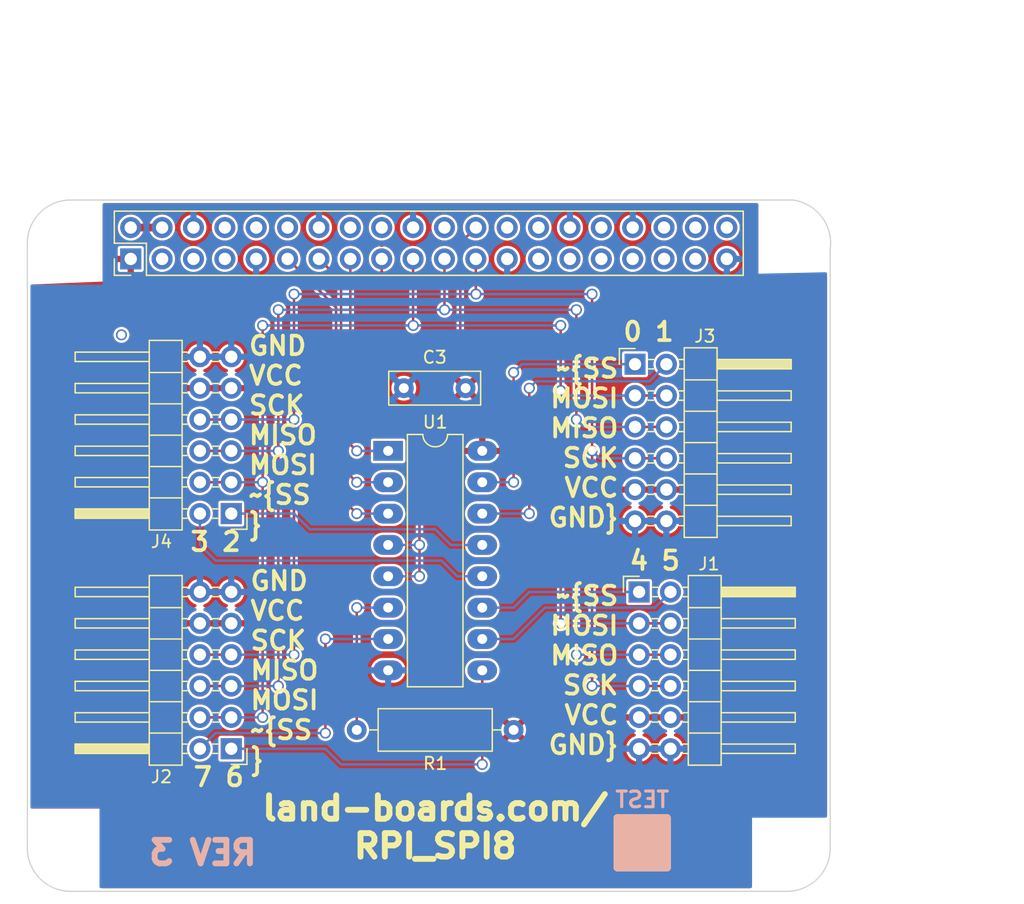
<source format=kicad_pcb>
(kicad_pcb (version 20211014) (generator pcbnew)
  (title_block (title "RPI-SPI8") (date "2021-06-18") (rev "2") (company "land-boards.com"))
  (layers (0 "F.Cu" signal) (31 "B.Cu" signal) (36 "B.SilkS" user "B.Silkscreen") (37 "F.SilkS" user "F.Silkscreen") (38 "B.Mask" user) (39 "F.Mask" user) (44 "Edge.Cuts" user))
  (net 0 "")
  (net 1 "GND")
  (net 2 "+5V")
  (net 3 "+3V3")
  (net 4 "/SPICE0")
  (net 5 "/SPISCK")
  (net 6 "/SPIMISO")
  (net 7 "/SPIMOSI")
  (net 8 "/IO_22")
  (net 9 "/IO_27")
  (net 10 "/IO_17")
  (net 11 "/SPICE0G")
  (net 12 "/SPICE0F")
  (net 13 "/SPICE0E")
  (net 14 "/SPICE0D")
  (net 15 "/SPICE0C")
  (net 16 "/SPICE0B")
  (net 17 "/SPICE0H")
  (net 18 "/SPICE0A")
  (net 19 "Net-(R1-Pad2)")
  (footprint "Connector_PinHeader_2.54mm:PinHeader_2x20_P2.54mm_Vertical" (layer "F.Cu") (at 8.37 4.77 90)
    (fp_text reference "H1" hide)
    (fp_text value "RASPIOPLUS")
    (pad "1" thru_hole rect locked (at 0 0 90) (size 1.7 1.7) (drill 1) (layers *.Cu *.Mask) (net 3 "+3V3"))
    (pad "2" thru_hole oval locked (at 2.54 0 90) (size 1.7 1.7) (drill 1) (layers *.Cu *.Mask) (net 2 "+5V"))
    (pad "3" thru_hole oval locked (at 0 2.54 90) (size 1.7 1.7) (drill 1) (layers *.Cu *.Mask))
    (pad "4" thru_hole oval locked (at 2.54 2.54 90) (size 1.7 1.7) (drill 1) (layers *.Cu *.Mask) (net 2 "+5V"))
    (pad "5" thru_hole oval locked (at 0 5.08 90) (size 1.7 1.7) (drill 1) (layers *.Cu *.Mask))
    (pad "6" thru_hole oval locked (at 2.54 5.08 90) (size 1.7 1.7) (drill 1) (layers *.Cu *.Mask) (net 1 "GND"))
    (pad "7" thru_hole oval locked (at 0 7.62 90) (size 1.7 1.7) (drill 1) (layers *.Cu *.Mask))
    (pad "8" thru_hole oval locked (at 2.54 7.62 90) (size 1.7 1.7) (drill 1) (layers *.Cu *.Mask))
    (pad "9" thru_hole oval locked (at 0 10.16 90) (size 1.7 1.7) (drill 1) (layers *.Cu *.Mask) (net 1 "GND"))
    (pad "10" thru_hole oval locked (at 2.54 10.16 90) (size 1.7 1.7) (drill 1) (layers *.Cu *.Mask))
    (pad "11" thru_hole oval locked (at 0 12.7 90) (size 1.7 1.7) (drill 1) (layers *.Cu *.Mask) (net 10 "/IO_17"))
    (pad "12" thru_hole oval locked (at 2.54 12.7 90) (size 1.7 1.7) (drill 1) (layers *.Cu *.Mask))
    (pad "13" thru_hole oval locked (at 0 15.24 90) (size 1.7 1.7) (drill 1) (layers *.Cu *.Mask) (net 9 "/IO_27"))
    (pad "14" thru_hole oval locked (at 2.54 15.24 90) (size 1.7 1.7) (drill 1) (layers *.Cu *.Mask) (net 1 "GND"))
    (pad "15" thru_hole oval locked (at 0 17.78 90) (size 1.7 1.7) (drill 1) (layers *.Cu *.Mask) (net 8 "/IO_22"))
    (pad "16" thru_hole oval locked (at 2.54 17.78 90) (size 1.7 1.7) (drill 1) (layers *.Cu *.Mask))
    (pad "17" thru_hole oval locked (at 0 20.32 90) (size 1.7 1.7) (drill 1) (layers *.Cu *.Mask) (net 3 "+3V3") (thermal_gap 0.2032))
    (pad "18" thru_hole oval locked (at 2.54 20.32 90) (size 1.7 1.7) (drill 1) (layers *.Cu *.Mask))
    (pad "19" thru_hole oval locked (at 0 22.86 90) (size 1.7 1.7) (drill 1) (layers *.Cu *.Mask) (net 7 "/SPIMOSI"))
    (pad "20" thru_hole oval locked (at 2.54 22.86 90) (size 1.7 1.7) (drill 1) (layers *.Cu *.Mask) (net 1 "GND"))
    (pad "21" thru_hole oval locked (at 0 25.4 90) (size 1.7 1.7) (drill 1) (layers *.Cu *.Mask) (net 6 "/SPIMISO"))
    (pad "22" thru_hole oval locked (at 2.54 25.4 90) (size 1.7 1.7) (drill 1) (layers *.Cu *.Mask))
    (pad "23" thru_hole oval locked (at 0 27.94 90) (size 1.7 1.7) (drill 1) (layers *.Cu *.Mask) (net 5 "/SPISCK"))
    (pad "24" thru_hole oval locked (at 2.54 27.94 90) (size 1.7 1.7) (drill 1) (layers *.Cu *.Mask) (net 4 "/SPICE0"))
    (pad "25" thru_hole oval locked (at 0 30.48 90) (size 1.7 1.7) (drill 1) (layers *.Cu *.Mask) (net 1 "GND"))
    (pad "26" thru_hole oval locked (at 2.54 30.48 90) (size 1.7 1.7) (drill 1) (layers *.Cu *.Mask))
    (pad "27" thru_hole oval locked (at 0 33.02 90) (size 1.7 1.7) (drill 1) (layers *.Cu *.Mask))
    (pad "28" thru_hole oval locked (at 2.54 33.02 90) (size 1.7 1.7) (drill 1) (layers *.Cu *.Mask))
    (pad "29" thru_hole oval locked (at 0 35.56 90) (size 1.7 1.7) (drill 1) (layers *.Cu *.Mask))
    (pad "30" thru_hole oval locked (at 2.54 35.56 90) (size 1.7 1.7) (drill 1) (layers *.Cu *.Mask) (net 1 "GND"))
    (pad "31" thru_hole oval locked (at 0 38.1 90) (size 1.7 1.7) (drill 1) (layers *.Cu *.Mask))
    (pad "32" thru_hole oval locked (at 2.54 38.1 90) (size 1.7 1.7) (drill 1) (layers *.Cu *.Mask))
    (pad "33" thru_hole oval locked (at 0 40.64 90) (size 1.7 1.7) (drill 1) (layers *.Cu *.Mask))
    (pad "34" thru_hole oval locked (at 2.54 40.64 90) (size 1.7 1.7) (drill 1) (layers *.Cu *.Mask) (net 1 "GND"))
    (pad "35" thru_hole oval locked (at 0 43.18 90) (size 1.7 1.7) (drill 1) (layers *.Cu *.Mask))
    (pad "36" thru_hole oval locked (at 2.54 43.18 90) (size 1.7 1.7) (drill 1) (layers *.Cu *.Mask))
    (pad "37" thru_hole oval locked (at 0 45.72 90) (size 1.7 1.7) (drill 1) (layers *.Cu *.Mask))
    (pad "38" thru_hole oval locked (at 2.54 45.72 90) (size 1.7 1.7) (drill 1) (layers *.Cu *.Mask))
    (pad "39" thru_hole oval locked (at 0 48.26 90) (size 1.7 1.7) (drill 1) (layers *.Cu *.Mask) (net 1 "GND"))
    (pad "40" thru_hole oval locked (at 2.54 48.26 90) (size 1.7 1.7) (drill 1) (layers *.Cu *.Mask))
  )
  (footprint "MountingHole:MountingHole_2.7mm" (layer "F.Cu") (at 3.5 3.5)
    (fp_text reference "MTG1" hide)
    (fp_text value "CONN_1")
    (pad "" np_thru_hole circle locked (at 0 0) (size 2.7 2.7) (drill 2.7) (layers *.Cu *.Mask))
  )
  (footprint "MountingHole:MountingHole_2.7mm" (layer "F.Cu") (at 61.5 3.5)
    (fp_text reference "MTG2" hide)
    (fp_text value "CONN_1")
    (pad "" np_thru_hole circle locked (at 0 0) (size 2.7 2.7) (drill 2.7) (layers *.Cu *.Mask))
  )
  (footprint "MountingHole:MountingHole_2.7mm" (layer "F.Cu") (at 3.5 52.5)
    (fp_text reference "MTG3" hide)
    (fp_text value "CONN_1")
    (pad "" np_thru_hole circle locked (at 0 0) (size 2.7 2.7) (drill 2.7) (layers *.Cu *.Mask))
  )
  (footprint "MountingHole:MountingHole_2.7mm" (layer "F.Cu") (at 61.5 52.5)
    (fp_text reference "MTG4" hide)
    (fp_text value "CONN_1")
    (pad "" np_thru_hole circle locked (at 0 0) (size 2.7 2.7) (drill 2.7) (layers *.Cu *.Mask))
  )
  (footprint "LandBoards_Marking:TEST_BLK-REAR" (layer "F.Cu") (at 49.784 52.07)
    (fp_text reference "TEST" (at 0 -3.5) (layer "B.SilkS") (effects (font (size 1.27 1.27) (thickness 0.254)) (justify mirror)))
    (fp_text value "COUPON" hide)
  )
  (footprint "Connector_PinHeader_2.54mm:PinHeader_2x06_P2.54mm_Horizontal" (layer "F.Cu") (at 49.53 31.75)
    (fp_text reference "J1" (at 5.655 -2.27) (layer "F.SilkS"))
    (fp_text value "Conn_02x06_Odd_Even")
    (pad "1" thru_hole rect locked (at 0 0) (size 1.7 1.7) (drill 1) (layers *.Cu *.Mask) (net 13 "/SPICE0E"))
    (pad "2" thru_hole oval locked (at 2.54 0) (size 1.7 1.7) (drill 1) (layers *.Cu *.Mask) (net 12 "/SPICE0F"))
    (pad "3" thru_hole oval locked (at 0 2.54) (size 1.7 1.7) (drill 1) (layers *.Cu *.Mask) (net 7 "/SPIMOSI"))
    (pad "4" thru_hole oval locked (at 2.54 2.54) (size 1.7 1.7) (drill 1) (layers *.Cu *.Mask) (net 7 "/SPIMOSI"))
    (pad "5" thru_hole oval locked (at 0 5.08) (size 1.7 1.7) (drill 1) (layers *.Cu *.Mask) (net 6 "/SPIMISO"))
    (pad "6" thru_hole oval locked (at 2.54 5.08) (size 1.7 1.7) (drill 1) (layers *.Cu *.Mask) (net 6 "/SPIMISO"))
    (pad "7" thru_hole oval locked (at 0 7.62) (size 1.7 1.7) (drill 1) (layers *.Cu *.Mask) (net 5 "/SPISCK"))
    (pad "8" thru_hole oval locked (at 2.54 7.62) (size 1.7 1.7) (drill 1) (layers *.Cu *.Mask) (net 5 "/SPISCK"))
    (pad "9" thru_hole oval locked (at 0 10.16) (size 1.7 1.7) (drill 1) (layers *.Cu *.Mask) (net 3 "+3V3"))
    (pad "10" thru_hole oval locked (at 2.54 10.16) (size 1.7 1.7) (drill 1) (layers *.Cu *.Mask) (net 3 "+3V3"))
    (pad "11" thru_hole oval locked (at 0 12.7) (size 1.7 1.7) (drill 1) (layers *.Cu *.Mask) (net 1 "GND"))
    (pad "12" thru_hole oval locked (at 2.54 12.7) (size 1.7 1.7) (drill 1) (layers *.Cu *.Mask) (net 1 "GND"))
  )
  (footprint "Connector_PinHeader_2.54mm:PinHeader_2x06_P2.54mm_Horizontal" (layer "F.Cu") (at 49.2 13.3)
    (fp_text reference "J3" (at 5.655 -2.27) (layer "F.SilkS"))
    (fp_text value "Conn_02x06_Odd_Even")
    (pad "1" thru_hole rect locked (at 0 0) (size 1.7 1.7) (drill 1) (layers *.Cu *.Mask) (net 18 "/SPICE0A"))
    (pad "2" thru_hole oval locked (at 2.54 0) (size 1.7 1.7) (drill 1) (layers *.Cu *.Mask) (net 16 "/SPICE0B"))
    (pad "3" thru_hole oval locked (at 0 2.54) (size 1.7 1.7) (drill 1) (layers *.Cu *.Mask) (net 7 "/SPIMOSI"))
    (pad "4" thru_hole oval locked (at 2.54 2.54) (size 1.7 1.7) (drill 1) (layers *.Cu *.Mask) (net 7 "/SPIMOSI"))
    (pad "5" thru_hole oval locked (at 0 5.08) (size 1.7 1.7) (drill 1) (layers *.Cu *.Mask) (net 6 "/SPIMISO"))
    (pad "6" thru_hole oval locked (at 2.54 5.08) (size 1.7 1.7) (drill 1) (layers *.Cu *.Mask) (net 6 "/SPIMISO"))
    (pad "7" thru_hole oval locked (at 0 7.62) (size 1.7 1.7) (drill 1) (layers *.Cu *.Mask) (net 5 "/SPISCK"))
    (pad "8" thru_hole oval locked (at 2.54 7.62) (size 1.7 1.7) (drill 1) (layers *.Cu *.Mask) (net 5 "/SPISCK"))
    (pad "9" thru_hole oval locked (at 0 10.16) (size 1.7 1.7) (drill 1) (layers *.Cu *.Mask) (net 3 "+3V3"))
    (pad "10" thru_hole oval locked (at 2.54 10.16) (size 1.7 1.7) (drill 1) (layers *.Cu *.Mask) (net 3 "+3V3"))
    (pad "11" thru_hole oval locked (at 0 12.7) (size 1.7 1.7) (drill 1) (layers *.Cu *.Mask) (net 1 "GND"))
    (pad "12" thru_hole oval locked (at 2.54 12.7) (size 1.7 1.7) (drill 1) (layers *.Cu *.Mask) (net 1 "GND"))
  )
  (footprint "Package_DIP:DIP-16_W7.62mm_LongPads" (layer "F.Cu") (at 29.21 20.32)
    (fp_text reference "U1" (at 3.81 -2.33) (layer "F.SilkS"))
    (fp_text value "74LS138")
    (pad "1" thru_hole rect locked (at 0 0) (size 2.4 1.6) (drill 0.8) (layers *.Cu *.Mask) (net 8 "/IO_22"))
    (pad "2" thru_hole oval locked (at 0 2.54) (size 2.4 1.6) (drill 0.8) (layers *.Cu *.Mask) (net 9 "/IO_27"))
    (pad "3" thru_hole oval locked (at 0 5.08) (size 2.4 1.6) (drill 0.8) (layers *.Cu *.Mask) (net 10 "/IO_17"))
    (pad "4" thru_hole oval locked (at 0 7.62) (size 2.4 1.6) (drill 0.8) (layers *.Cu *.Mask) (net 4 "/SPICE0"))
    (pad "5" thru_hole oval locked (at 0 10.16) (size 2.4 1.6) (drill 0.8) (layers *.Cu *.Mask) (net 4 "/SPICE0"))
    (pad "6" thru_hole oval locked (at 0 12.7) (size 2.4 1.6) (drill 0.8) (layers *.Cu *.Mask) (net 19 "Net-(R1-Pad2)"))
    (pad "7" thru_hole oval locked (at 0 15.24) (size 2.4 1.6) (drill 0.8) (layers *.Cu *.Mask) (net 17 "/SPICE0H"))
    (pad "8" thru_hole oval locked (at 0 17.78) (size 2.4 1.6) (drill 0.8) (layers *.Cu *.Mask) (net 1 "GND"))
    (pad "9" thru_hole oval locked (at 7.62 17.78) (size 2.4 1.6) (drill 0.8) (layers *.Cu *.Mask) (net 11 "/SPICE0G"))
    (pad "10" thru_hole oval locked (at 7.62 15.24) (size 2.4 1.6) (drill 0.8) (layers *.Cu *.Mask) (net 12 "/SPICE0F"))
    (pad "11" thru_hole oval locked (at 7.62 12.7) (size 2.4 1.6) (drill 0.8) (layers *.Cu *.Mask) (net 13 "/SPICE0E"))
    (pad "12" thru_hole oval locked (at 7.62 10.16) (size 2.4 1.6) (drill 0.8) (layers *.Cu *.Mask) (net 14 "/SPICE0D"))
    (pad "13" thru_hole oval locked (at 7.62 7.62) (size 2.4 1.6) (drill 0.8) (layers *.Cu *.Mask) (net 15 "/SPICE0C"))
    (pad "14" thru_hole oval locked (at 7.62 5.08) (size 2.4 1.6) (drill 0.8) (layers *.Cu *.Mask) (net 16 "/SPICE0B"))
    (pad "15" thru_hole oval locked (at 7.62 2.54) (size 2.4 1.6) (drill 0.8) (layers *.Cu *.Mask) (net 18 "/SPICE0A"))
    (pad "16" thru_hole oval locked (at 7.62 0) (size 2.4 1.6) (drill 0.8) (layers *.Cu *.Mask) (net 3 "+3V3"))
  )
  (footprint "Capacitor_THT:C_Rect_L7.2mm_W2.5mm_P5.00mm_FKS2_FKP2_MKS2_MKP2" (layer "F.Cu") (at 30.48 15.24)
    (fp_text reference "C3" (at 2.5 -2.5) (layer "F.SilkS"))
    (fp_text value "0.1uF")
    (pad "1" thru_hole circle locked (at 0 0) (size 1.6 1.6) (drill 0.8) (layers *.Cu *.Mask) (net 1 "GND"))
    (pad "2" thru_hole circle locked (at 5 0) (size 1.6 1.6) (drill 0.8) (layers *.Cu *.Mask) (net 3 "+3V3"))
  )
  (footprint "Resistor_THT:R_Axial_DIN0309_L9.0mm_D3.2mm_P12.70mm_Horizontal" (layer "F.Cu") (at 39.37 42.926 180)
    (fp_text reference "R1" (at 6.35 -2.72) (layer "F.SilkS"))
    (fp_text value "10K")
    (pad "1" thru_hole circle locked (at 0 0 180) (size 1.6 1.6) (drill 0.8) (layers *.Cu *.Mask) (net 3 "+3V3"))
    (pad "2" thru_hole oval locked (at 12.7 0 180) (size 1.6 1.6) (drill 0.8) (layers *.Cu *.Mask) (net 19 "Net-(R1-Pad2)"))
  )
  (footprint "Connector_PinHeader_2.54mm:PinHeader_2x06_P2.54mm_Horizontal" (layer "F.Cu") (at 16.51 25.4 180)
    (fp_text reference "J4" (at 5.655 -2.27) (layer "F.SilkS"))
    (fp_text value "Conn_02x06_Odd_Even")
    (pad "1" thru_hole rect locked (at 0 0 180) (size 1.7 1.7) (drill 1) (layers *.Cu *.Mask) (net 15 "/SPICE0C"))
    (pad "2" thru_hole oval locked (at 2.54 0 180) (size 1.7 1.7) (drill 1) (layers *.Cu *.Mask) (net 14 "/SPICE0D"))
    (pad "3" thru_hole oval locked (at 0 2.54 180) (size 1.7 1.7) (drill 1) (layers *.Cu *.Mask) (net 7 "/SPIMOSI"))
    (pad "4" thru_hole oval locked (at 2.54 2.54 180) (size 1.7 1.7) (drill 1) (layers *.Cu *.Mask) (net 7 "/SPIMOSI"))
    (pad "5" thru_hole oval locked (at 0 5.08 180) (size 1.7 1.7) (drill 1) (layers *.Cu *.Mask) (net 6 "/SPIMISO"))
    (pad "6" thru_hole oval locked (at 2.54 5.08 180) (size 1.7 1.7) (drill 1) (layers *.Cu *.Mask) (net 6 "/SPIMISO"))
    (pad "7" thru_hole oval locked (at 0 7.62 180) (size 1.7 1.7) (drill 1) (layers *.Cu *.Mask) (net 5 "/SPISCK"))
    (pad "8" thru_hole oval locked (at 2.54 7.62 180) (size 1.7 1.7) (drill 1) (layers *.Cu *.Mask) (net 5 "/SPISCK"))
    (pad "9" thru_hole oval locked (at 0 10.16 180) (size 1.7 1.7) (drill 1) (layers *.Cu *.Mask) (net 3 "+3V3"))
    (pad "10" thru_hole oval locked (at 2.54 10.16 180) (size 1.7 1.7) (drill 1) (layers *.Cu *.Mask) (net 3 "+3V3"))
    (pad "11" thru_hole oval locked (at 0 12.7 180) (size 1.7 1.7) (drill 1) (layers *.Cu *.Mask) (net 1 "GND"))
    (pad "12" thru_hole oval locked (at 2.54 12.7 180) (size 1.7 1.7) (drill 1) (layers *.Cu *.Mask) (net 1 "GND"))
  )
  (footprint "Connector_PinHeader_2.54mm:PinHeader_2x06_P2.54mm_Horizontal" (layer "F.Cu") (at 16.51 44.45 180)
    (fp_text reference "J2" (at 5.655 -2.27) (layer "F.SilkS"))
    (fp_text value "Conn_02x06_Odd_Even")
    (pad "1" thru_hole rect locked (at 0 0 180) (size 1.7 1.7) (drill 1) (layers *.Cu *.Mask) (net 11 "/SPICE0G"))
    (pad "2" thru_hole oval locked (at 2.54 0 180) (size 1.7 1.7) (drill 1) (layers *.Cu *.Mask) (net 17 "/SPICE0H"))
    (pad "3" thru_hole oval locked (at 0 2.54 180) (size 1.7 1.7) (drill 1) (layers *.Cu *.Mask) (net 7 "/SPIMOSI"))
    (pad "4" thru_hole oval locked (at 2.54 2.54 180) (size 1.7 1.7) (drill 1) (layers *.Cu *.Mask) (net 7 "/SPIMOSI"))
    (pad "5" thru_hole oval locked (at 0 5.08 180) (size 1.7 1.7) (drill 1) (layers *.Cu *.Mask) (net 6 "/SPIMISO"))
    (pad "6" thru_hole oval locked (at 2.54 5.08 180) (size 1.7 1.7) (drill 1) (layers *.Cu *.Mask) (net 6 "/SPIMISO"))
    (pad "7" thru_hole oval locked (at 0 7.62 180) (size 1.7 1.7) (drill 1) (layers *.Cu *.Mask) (net 5 "/SPISCK"))
    (pad "8" thru_hole oval locked (at 2.54 7.62 180) (size 1.7 1.7) (drill 1) (layers *.Cu *.Mask) (net 5 "/SPISCK"))
    (pad "9" thru_hole oval locked (at 0 10.16 180) (size 1.7 1.7) (drill 1) (layers *.Cu *.Mask) (net 3 "+3V3"))
    (pad "10" thru_hole oval locked (at 2.54 10.16 180) (size 1.7 1.7) (drill 1) (layers *.Cu *.Mask) (net 3 "+3V3"))
    (pad "11" thru_hole oval locked (at 0 12.7 180) (size 1.7 1.7) (drill 1) (layers *.Cu *.Mask) (net 1 "GND"))
    (pad "12" thru_hole oval locked (at 2.54 12.7 180) (size 1.7 1.7) (drill 1) (layers *.Cu *.Mask) (net 1 "GND"))
  )
  (gr_line (start 61.5 56) (end 3.5 56) (layer "Edge.Cuts") (width 0.1))
  (gr_arc (start 65 52.5) (mid 63.974874 54.974874) (end 61.5 56) (layer "Edge.Cuts") (width 0.1))
  (gr_arc (start 3.5 56) (mid 1.025126 54.974874) (end 0 52.5) (layer "Edge.Cuts") (width 0.1))
  (gr_line (start 0 52.5) (end 0 3.5) (layer "Edge.Cuts") (width 0.1))
  (gr_line (start 65 4) (end 65 52.5) (layer "Edge.Cuts") (width 0.1))
  (gr_arc (start 0 3.5) (mid 1.025126 1.025126) (end 3.5 0) (layer "Edge.Cuts") (width 0.1))
  (gr_arc (start 62 0) (mid 64.328427 1.37868) (end 65 4) (layer "Edge.Cuts") (width 0.1))
  (gr_line (start 3.5 0) (end 62 0) (layer "Edge.Cuts") (width 0.1))
  (gr_text "REV 3" (at 14.20876 52.87772) (layer "B.SilkS") (effects (font (size 1.905 1.905) (thickness 0.47625)) (justify mirror)))
  (gr_text "4 5" (at 50.8 29.21) (layer "F.SilkS") (effects (font (size 1.5 1.5) (thickness 0.3))))
  (gr_text "7 6" (at 15.494 46.736) (layer "F.SilkS") (effects (font (size 1.5 1.5) (thickness 0.3))))
  (gr_text "3 2" (at 15.24 27.686) (layer "F.SilkS") (effects (font (size 1.5 1.5) (thickness 0.3))))
  (gr_text "~{SS\nMOSI\nMISO\nSCK\nVCC\nGND}" (at 48.006 19.685) (layer "F.SilkS") (effects (font (size 1.5 1.5) (thickness 0.3)) (justify right)))
  (gr_text "~{SS\nMOSI\nMISO\nSCK\nVCC\nGND}" (at 48.006 38.1) (layer "F.SilkS") (effects (font (size 1.5 1.5) (thickness 0.3)) (justify right)))
  (gr_text "GND\nVCC\nSCK\nMISO\nMOSI\n~{SS\n}" (at 17.78 19.05) (layer "F.SilkS") (effects (font (size 1.5 1.5) (thickness 0.3)) (justify left)))
  (gr_text "GND\nVCC\nSCK\nMISO\nMOSI\n~{SS\n}" (at 17.907 38.1) (layer "F.SilkS") (effects (font (size 1.5 1.5) (thickness 0.3)) (justify left)))
  (gr_text "land-boards.com/\nRPI_SPI8" (at 33.02 50.8) (layer "F.SilkS") (effects (font (size 1.905 1.9685) (thickness 0.47625))))
  (gr_text "0 1" (at 50.292 10.668) (layer "F.SilkS") (effects (font (size 1.5 1.5) (thickness 0.3))))
  (segment (start 7.54 10.842) (end 7.62 10.922) (width 0.1524) (layer "F.Cu") (net 0))
  (via (at 7.62 10.922) (size 0.889) (drill 0.635) (layers "F.Cu" "B.Cu") (net 0))
  (segment (start 8.37 2.23) (end 7.93 2.23) (width 0.635) (layer "F.Cu") (net 2))
  (segment (start 8.37 2.23) (end 10.91 2.23) (width 0.635) (layer "F.Cu") (net 2))
  (segment (start 28.69 4.77) (end 28.69 5.957) (width 0.2032) (layer "F.Cu") (net 3))
  (segment (start 35.052 11.176) (end 35.052 3.488) (width 0.2032) (layer "F.Cu") (net 4))
  (segment (start 33.02 17.78) (end 33.02 13.208) (width 0.2032) (layer "F.Cu") (net 4))
  (segment (start 31.75 27.94) (end 31.75 30.48) (width 0.2032) (layer "F.Cu") (net 4))
  (segment (start 31.75 27.94) (end 31.75 19.05) (width 0.2032) (layer "F.Cu") (net 4))
  (segment (start 35.052 3.488) (end 36.31 2.23) (width 0.2032) (layer "F.Cu") (net 4))
  (segment (start 31.75 19.05) (end 33.02 17.78) (width 0.2032) (layer "F.Cu") (net 4))
  (segment (start 33.02 13.208) (end 35.052 11.176) (width 0.2032) (layer "F.Cu") (net 4))
  (via (at 31.75 27.94) (size 0.889) (drill 0.635) (layers "F.Cu" "B.Cu") (net 4))
  (via (at 31.75 30.48) (size 0.889) (drill 0.635) (layers "F.Cu" "B.Cu") (net 4))
  (segment (start 29.21 30.48) (end 31.75 30.48) (width 0.2032) (layer "B.Cu") (net 4))
  (segment (start 29.21 27.94) (end 31.75 27.94) (width 0.2032) (layer "B.Cu") (net 4))
  (segment (start 21.59 17.78) (end 21.59 7.62) (width 0.2032) (layer "F.Cu") (net 5))
  (segment (start 50.732081 39.37) (end 52.07 39.37) (width 0.2032) (layer "F.Cu") (net 5))
  (segment (start 49.53 39.37) (end 50.732081 39.37) (width 0.2032) (layer "F.Cu") (net 5))
  (segment (start 36.31 7.608) (end 36.322 7.62) (width 0.2032) (layer "F.Cu") (net 5))
  (segment (start 45.72 7.62) (end 45.72 20.32) (width 0.2032) (layer "F.Cu") (net 5))
  (segment (start 36.31 5.062908) (end 36.31 4.77) (width 0.1524) (layer "F.Cu") (net 5))
  (segment (start 51.74 20.92) (end 49.2 20.92) (width 0.2032) (layer "F.Cu") (net 5))
  (segment (start 45.72 39.37) (end 45.72 20.32) (width 0.2032) (layer "F.Cu") (net 5))
  (segment (start 21.59 36.83) (end 21.59 17.78) (width 0.2032) (layer "F.Cu") (net 5))
  (segment (start 13.97 17.78) (end 16.51 17.78) (width 0.2032) (layer "F.Cu") (net 5))
  (segment (start 13.97 36.83) (end 16.51 36.83) (width 0.2032) (layer "F.Cu") (net 5))
  (segment (start 36.31 4.77) (end 36.31 7.608) (width 0.2032) (layer "F.Cu") (net 5))
  (via (at 16.51 17.78) (size 0.889) (drill 0.635) (layers "F.Cu" "B.Cu") (net 5))
  (via (at 45.72 20.32) (size 0.889) (drill 0.635) (layers "F.Cu" "B.Cu") (net 5))
  (via (at 21.59 17.78) (size 0.889) (drill 0.635) (layers "F.Cu" "B.Cu") (net 5))
  (via (at 36.322 7.62) (size 0.889) (drill 0.635) (layers "F.Cu" "B.Cu") (net 5))
  (via (at 21.59 36.83) (size 0.889) (drill 0.635) (layers "F.Cu" "B.Cu") (net 5))
  (via (at 21.59 7.62) (size 0.889) (drill 0.635) (layers "F.Cu" "B.Cu") (net 5))
  (via (at 45.72 7.62) (size 0.889) (drill 0.635) (layers "F.Cu" "B.Cu") (net 5))
  (via (at 45.72 39.37) (size 0.889) (drill 0.635) (layers "F.Cu" "B.Cu") (net 5))
  (segment (start 16.51 36.83) (end 21.59 36.83) (width 0.2032) (layer "B.Cu") (net 5))
  (segment (start 49.53 39.37) (end 45.72 39.37) (width 0.2032) (layer "B.Cu") (net 5))
  (segment (start 46.32 20.92) (end 45.72 20.32) (width 0.2032) (layer "B.Cu") (net 5))
  (segment (start 21.59 7.62) (end 35.56 7.62) (width 0.2032) (layer "B.Cu") (net 5))
  (segment (start 36.322 7.62) (end 45.72 7.62) (width 0.2032) (layer "B.Cu") (net 5))
  (segment (start 16.51 17.78) (end 21.59 17.78) (width 0.2032) (layer "B.Cu") (net 5))
  (segment (start 35.56 7.62) (end 36.322 7.62) (width 0.2032) (layer "B.Cu") (net 5))
  (segment (start 49.2 20.92) (end 46.32 20.92) (width 0.2032) (layer "B.Cu") (net 5))
  (segment (start 13.97 20.32) (end 16.51 20.32) (width 0.2032) (layer "F.Cu") (net 6))
  (segment (start 33.77 8.878) (end 33.782 8.89) (width 0.2032) (layer "F.Cu") (net 6))
  (segment (start 51.74 18.38) (end 49.2 18.38) (width 0.2032) (layer "F.Cu") (net 6))
  (segment (start 44.45 17.78) (end 44.45 8.89) (width 0.2032) (layer "F.Cu") (net 6))
  (segment (start 44.45 17.78) (end 44.45 36.83) (width 0.2032) (layer "F.Cu") (net 6))
  (segment (start 20.32 39.37) (end 20.32 20.32) (width 0.2032) (layer "F.Cu") (net 6))
  (segment (start 33.77 4.77) (end 33.77 8.878) (width 0.2032) (layer "F.Cu") (net 6))
  (segment (start 20.32 20.32) (end 20.32 8.89) (width 0.2032) (layer "F.Cu") (net 6))
  (segment (start 13.97 39.37) (end 16.51 39.37) (width 0.2032) (layer "F.Cu") (net 6))
  (segment (start 49.53 36.83) (end 52.07 36.83) (width 0.2032) (layer "F.Cu") (net 6))
  (via (at 33.782 8.89) (size 0.889) (drill 0.635) (layers "F.Cu" "B.Cu") (net 6))
  (via (at 20.32 39.37) (size 0.889) (drill 0.635) (layers "F.Cu" "B.Cu") (net 6))
  (via (at 44.45 8.89) (size 0.889) (drill 0.635) (layers "F.Cu" "B.Cu") (net 6))
  (via (at 20.32 8.89) (size 0.889) (drill 0.635) (layers "F.Cu" "B.Cu") (net 6))
  (via (at 44.45 17.78) (size 0.889) (drill 0.635) (layers "F.Cu" "B.Cu") (net 6))
  (via (at 44.45 8.89) (size 0.889) (drill 0.635) (layers "F.Cu" "B.Cu") (net 6))
  (via (at 44.45 36.83) (size 0.889) (drill 0.635) (layers "F.Cu" "B.Cu") (net 6))
  (via (at 20.32 20.32) (size 0.889) (drill 0.635) (layers "F.Cu" "B.Cu") (net 6))
  (segment (start 45.05 18.38) (end 44.45 17.78) (width 0.2032) (layer "B.Cu") (net 6))
  (segment (start 44.45 36.83) (end 49.53 36.83) (width 0.2032) (layer "B.Cu") (net 6))
  (segment (start 49.2 18.38) (end 45.05 18.38) (width 0.2032) (layer "B.Cu") (net 6))
  (segment (start 33.02 8.89) (end 33.782 8.89) (width 0.2032) (layer "B.Cu") (net 6))
  (segment (start 20.32 8.89) (end 33.02 8.89) (width 0.2032) (layer "B.Cu") (net 6))
  (segment (start 20.32 20.32) (end 16.51 20.32) (width 0.2032) (layer "B.Cu") (net 6))
  (segment (start 16.51 39.37) (end 20.32 39.37) (width 0.2032) (layer "B.Cu") (net 6))
  (segment (start 33.782 8.89) (end 44.45 8.89) (width 0.2032) (layer "B.Cu") (net 6))
  (segment (start 19.05 22.86) (end 19.05 10.16) (width 0.2032) (layer "F.Cu") (net 7))
  (segment (start 13.97 41.91) (end 16.51 41.91) (width 0.2032) (layer "F.Cu") (net 7))
  (segment (start 13.97 22.86) (end 16.51 22.86) (width 0.2032) (layer "F.Cu") (net 7))
  (segment (start 31.23 4.77) (end 31.23 10.148) (width 0.2032) (layer "F.Cu") (net 7))
  (segment (start 43.18 15.434499) (end 43.18 34.29) (width 0.2032) (layer "F.Cu") (net 7))
  (segment (start 49.53 34.29) (end 52.07 34.29) (width 0.2032) (layer "F.Cu") (net 7))
  (segment (start 51.74 15.84) (end 49.2 15.84) (width 0.2032) (layer "F.Cu") (net 7))
  (segment (start 43.18 15.434499) (end 43.18 10.16) (width 0.2032) (layer "F.Cu") (net 7))
  (segment (start 19.05 41.91) (end 19.05 22.86) (width 0.2032) (layer "F.Cu") (net 7))
  (segment (start 31.23 10.148) (end 31.242 10.16) (width 0.2032) (layer "F.Cu") (net 7))
  (via (at 43.18 34.29) (size 0.889) (drill 0.635) (layers "F.Cu" "B.Cu") (net 7))
  (via (at 19.05 22.86) (size 0.889) (drill 0.635) (layers "F.Cu" "B.Cu") (net 7))
  (via (at 31.242 10.16) (size 0.889) (drill 0.635) (layers "F.Cu" "B.Cu") (net 7))
  (via (at 43.18 15.434499) (size 0.889) (drill 0.635) (layers "F.Cu" "B.Cu") (net 7))
  (via (at 43.18 10.16) (size 0.889) (drill 0.635) (layers "F.Cu" "B.Cu") (net 7))
  (via (at 19.05 41.91) (size 0.889) (drill 0.635) (layers "F.Cu" "B.Cu") (net 7))
  (via (at 19.05 10.16) (size 0.889) (drill 0.635) (layers "F.Cu" "B.Cu") (net 7))
  (segment (start 19.05 22.86) (end 16.51 22.86) (width 0.2032) (layer "B.Cu") (net 7))
  (segment (start 49.53 34.29) (end 43.18 34.29) (width 0.2032) (layer "B.Cu") (net 7))
  (segment (start 43.585501 15.84) (end 43.18 15.434499) (width 0.2032) (layer "B.Cu") (net 7))
  (segment (start 49.2 15.84) (end 43.585501 15.84) (width 0.2032) (layer "B.Cu") (net 7))
  (segment (start 31.242 10.16) (end 30.48 10.16) (width 0.2032) (layer "B.Cu") (net 7))
  (segment (start 16.51 41.91) (end 19.05 41.91) (width 0.2032) (layer "B.Cu") (net 7))
  (segment (start 19.05 10.16) (end 30.48 10.16) (width 0.2032) (layer "B.Cu") (net 7))
  (segment (start 43.18 10.16) (end 31.242 10.16) (width 0.2032) (layer "B.Cu") (net 7))
  (segment (start 26.15 19.8) (end 26.67 20.32) (width 0.2032) (layer "F.Cu") (net 8))
  (segment (start 26.15 4.77) (end 26.15 19.8) (width 0.2032) (layer "F.Cu") (net 8))
  (via (at 26.67 20.32) (size 0.889) (drill 0.635) (layers "F.Cu" "B.Cu") (net 8))
  (segment (start 29.21 20.32) (end 26.67 20.32) (width 0.2032) (layer "B.Cu") (net 8))
  (segment (start 25.4 6.56) (end 23.61 4.77) (width 0.2032) (layer "F.Cu") (net 9))
  (segment (start 25.4 21.59) (end 25.4 6.56) (width 0.2032) (layer "F.Cu") (net 9))
  (segment (start 26.67 22.86) (end 25.4 21.59) (width 0.2032) (layer "F.Cu") (net 9))
  (via (at 26.67 22.86) (size 0.889) (drill 0.635) (layers "F.Cu" "B.Cu") (net 9))
  (segment (start 29.21 22.86) (end 26.67 22.86) (width 0.2032) (layer "B.Cu") (net 9))
  (segment (start 24.99359 8.69359) (end 21.07 4.77) (width 0.2032) (layer "F.Cu") (net 10))
  (segment (start 24.99359 23.72359) (end 24.99359 8.69359) (width 0.2032) (layer "F.Cu") (net 10))
  (segment (start 26.67 25.4) (end 24.99359 23.72359) (width 0.2032) (layer "F.Cu") (net 10))
  (via (at 26.67 25.4) (size 0.889) (drill 0.635) (layers "F.Cu" "B.Cu") (net 10))
  (segment (start 29.21 25.4) (end 26.67 25.4) (width 0.2032) (layer "B.Cu") (net 10))
  (segment (start 36.83 45.72) (end 36.83 38.1) (width 0.2032) (layer "F.Cu") (net 11))
  (via (at 36.83 45.72) (size 0.889) (drill 0.635) (layers "F.Cu" "B.Cu") (net 11))
  (segment (start 25.4 45.72) (end 36.83 45.72) (width 0.2032) (layer "B.Cu") (net 11))
  (segment (start 24.13 44.45) (end 25.4 45.72) (width 0.2032) (layer "B.Cu") (net 11))
  (segment (start 16.51 44.45) (end 24.13 44.45) (width 0.2032) (layer "B.Cu") (net 11))
  (segment (start 36.83 35.56) (end 39.37 35.56) (width 0.2032) (layer "B.Cu") (net 12))
  (segment (start 41.91 33.02) (end 50.8 33.02) (width 0.2032) (layer "B.Cu") (net 12))
  (segment (start 39.37 35.56) (end 41.91 33.02) (width 0.2032) (layer "B.Cu") (net 12))
  (segment (start 50.8 33.02) (end 52.07 31.75) (width 0.2032) (layer "B.Cu") (net 12))
  (segment (start 39.37 33.02) (end 40.64 31.75) (width 0.2032) (layer "B.Cu") (net 13))
  (segment (start 40.64 31.75) (end 49.53 31.75) (width 0.2032) (layer "B.Cu") (net 13))
  (segment (start 36.83 33.02) (end 39.37 33.02) (width 0.2032) (layer "B.Cu") (net 13))
  (segment (start 36.83 30.48) (end 34.798 30.48) (width 0.2032) (layer "B.Cu") (net 14))
  (segment (start 15.24 29.21) (end 13.97 27.94) (width 0.2032) (layer "B.Cu") (net 14))
  (segment (start 13.97 27.94) (end 13.97 25.4) (width 0.2032) (layer "B.Cu") (net 14))
  (segment (start 34.798 30.48) (end 33.528 29.21) (width 0.2032) (layer "B.Cu") (net 14))
  (segment (start 33.528 29.21) (end 15.24 29.21) (width 0.2032) (layer "B.Cu") (net 14))
  (segment (start 33.02 26.67) (end 22.86 26.67) (width 0.2032) (layer "B.Cu") (net 15))
  (segment (start 36.83 27.94) (end 34.29 27.94) (width 0.2032) (layer "B.Cu") (net 15))
  (segment (start 22.86 26.67) (end 21.59 25.4) (width 0.2032) (layer "B.Cu") (net 15))
  (segment (start 34.29 27.94) (end 33.02 26.67) (width 0.2032) (layer "B.Cu") (net 15))
  (segment (start 21.59 25.4) (end 16.51 25.4) (width 0.2032) (layer "B.Cu") (net 15))
  (segment (start 40.64 25.4) (end 40.64 15.24) (width 0.2032) (layer "F.Cu") (net 16))
  (via (at 40.64 25.4) (size 0.889) (drill 0.635) (layers "F.Cu" "B.Cu") (net 16))
  (via (at 40.64 15.24) (size 0.889) (drill 0.635) (layers "F.Cu" "B.Cu") (net 16))
  (segment (start 40.64 15.24) (end 41.194801 14.685199) (width 0.2032) (layer "B.Cu") (net 16))
  (segment (start 50.890001 14.149999) (end 51.74 13.3) (width 0.2032) (layer "B.Cu") (net 16))
  (segment (start 50.354801 14.685199) (end 50.890001 14.149999) (width 0.2032) (layer "B.Cu") (net 16))
  (segment (start 36.83 25.4) (end 40.64 25.4) (width 0.2032) (layer "B.Cu") (net 16))
  (segment (start 41.194801 14.685199) (end 50.354801 14.685199) (width 0.2032) (layer "B.Cu") (net 16))
  (segment (start 24.13 43.18) (end 24.13 35.56) (width 0.2032) (layer "F.Cu") (net 17))
  (segment (start 24.13 35.56) (end 24.13 36.83) (width 0.2032) (layer "F.Cu") (net 17))
  (via (at 24.13 35.56) (size 0.889) (drill 0.635) (layers "F.Cu" "B.Cu") (net 17))
  (via (at 24.13 43.18) (size 0.889) (drill 0.635) (layers "F.Cu" "B.Cu") (net 17))
  (segment (start 29.21 35.56) (end 24.13 35.56) (width 0.2032) (layer "B.Cu") (net 17))
  (segment (start 13.97 44.45) (end 15.24 43.18) (width 0.2032) (layer "B.Cu") (net 17))
  (segment (start 15.24 43.18) (end 24.13 43.18) (width 0.2032) (layer "B.Cu") (net 17))
  (segment (start 39.37 22.86) (end 39.37 13.97) (width 0.2032) (layer "F.Cu") (net 18))
  (via (at 39.37 13.97) (size 0.889) (drill 0.635) (layers "F.Cu" "B.Cu") (net 18))
  (via (at 39.37 22.86) (size 0.889) (drill 0.635) (layers "F.Cu" "B.Cu") (net 18))
  (segment (start 49.2 13.3) (end 40.04 13.3) (width 0.2032) (layer "B.Cu") (net 18))
  (segment (start 40.04 13.3) (end 39.37 13.97) (width 0.2032) (layer "B.Cu") (net 18))
  (segment (start 36.83 22.86) (end 39.37 22.86) (width 0.2032) (layer "B.Cu") (net 18))
  (segment (start 26.67 42.926) (end 26.67 33.02) (width 0.2032) (layer "F.Cu") (net 19))
  (via (at 26.67 33.02) (size 0.889) (drill 0.635) (layers "F.Cu" "B.Cu") (net 19))
  (segment (start 26.67 33.02) (end 29.21 33.02) (width 0.2032) (layer "B.Cu") (net 19))
  (zone (net 3) (net_name "+3V3") (layer "F.Cu") (connect_pads (clearance 0.2032)) (min_thickness 0.254) (fill yes (thermal_gap 0.508) (thermal_bridge_width 0.508))
    (polygon (pts (xy 6.096 6.604) (xy 6.096 0) (xy 59.182 0) (xy 59.182 6.096) (xy 65.024 6.096) (xy 65.024 13.97) (xy 64.9 49.9) (xy 58.6 49.8) (xy 58.6 55.9) (xy 6 55.88) (xy 5.9 49.3) (xy -0.1 49.3) (xy 0 6.858)))
  )
  (zone (net 1) (net_name "GND") (layer "B.Cu") (connect_pads (clearance 0.2032)) (min_thickness 0.254) (fill yes (thermal_gap 0.508) (thermal_bridge_width 0.508))
    (polygon (pts (xy 5.842 49.276) (xy 5.842 55.88) (xy 58.674 55.88) (xy 58.674 50.038) (xy 65.024 50.038) (xy 65.024 5.842) (xy 59.182 5.969) (xy 59.182 0.127) (xy 6.096 0) (xy 6.096 6.858) (xy 0 6.858) (xy 0 49.276)))
  )
)
</source>
